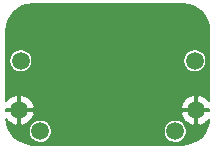
<source format=gbl>
G04 (created by PCBNEW (2013-june-11)-stable) date Fri 10 Oct 2014 02:22:22 PM PDT*
%MOIN*%
G04 Gerber Fmt 3.4, Leading zero omitted, Abs format*
%FSLAX34Y34*%
G01*
G70*
G90*
G04 APERTURE LIST*
%ADD10C,0.00590551*%
%ADD11C,0.0590551*%
%ADD12C,0.035*%
%ADD13C,0.01*%
%ADD14C,0.006*%
G04 APERTURE END LIST*
G54D10*
G54D11*
X63800Y-69800D03*
X58000Y-69800D03*
X63853Y-71446D03*
X63146Y-72153D03*
X57946Y-71446D03*
X58653Y-72153D03*
G54D12*
X62575Y-71575D03*
X60000Y-69400D03*
X60000Y-70500D03*
G54D13*
X57946Y-71446D02*
X58403Y-71446D01*
X60000Y-70850D02*
X60000Y-70500D01*
X59650Y-71200D02*
X60000Y-70850D01*
X59200Y-71200D02*
X59650Y-71200D01*
X58650Y-71200D02*
X59200Y-71200D01*
X58403Y-71446D02*
X58650Y-71200D01*
X62575Y-70875D02*
X62575Y-71575D01*
X62200Y-70500D02*
X62575Y-70875D01*
X60000Y-70500D02*
X62200Y-70500D01*
X63853Y-71446D02*
X63253Y-71446D01*
X63253Y-71446D02*
X63125Y-71575D01*
X63125Y-71575D02*
X62575Y-71575D01*
X60000Y-69400D02*
X60000Y-70500D01*
G54D10*
G36*
X64290Y-71475D02*
X63882Y-71475D01*
X63882Y-71915D01*
X63964Y-71962D01*
X64062Y-71931D01*
X64152Y-71881D01*
X64231Y-71814D01*
X64285Y-71747D01*
X64272Y-71872D01*
X64222Y-72039D01*
X64141Y-72192D01*
X64031Y-72326D01*
X63897Y-72437D01*
X63824Y-72477D01*
X63824Y-71915D01*
X63824Y-71475D01*
X63824Y-71417D01*
X63824Y-70977D01*
X63742Y-70930D01*
X63644Y-70961D01*
X63554Y-71011D01*
X63475Y-71078D01*
X63411Y-71158D01*
X63363Y-71250D01*
X63337Y-71335D01*
X63384Y-71417D01*
X63824Y-71417D01*
X63824Y-71475D01*
X63384Y-71475D01*
X63337Y-71557D01*
X63368Y-71655D01*
X63418Y-71745D01*
X63485Y-71824D01*
X63565Y-71888D01*
X63657Y-71936D01*
X63742Y-71962D01*
X63824Y-71915D01*
X63824Y-72477D01*
X63744Y-72520D01*
X63578Y-72571D01*
X63531Y-72576D01*
X63531Y-72115D01*
X63517Y-72041D01*
X63488Y-71971D01*
X63446Y-71908D01*
X63393Y-71855D01*
X63330Y-71813D01*
X63260Y-71783D01*
X63186Y-71768D01*
X63111Y-71768D01*
X63037Y-71782D01*
X62967Y-71810D01*
X62903Y-71851D01*
X62849Y-71904D01*
X62807Y-71967D01*
X62777Y-72036D01*
X62761Y-72110D01*
X62760Y-72185D01*
X62774Y-72260D01*
X62802Y-72330D01*
X62843Y-72394D01*
X62895Y-72448D01*
X62957Y-72491D01*
X63026Y-72521D01*
X63100Y-72537D01*
X63176Y-72539D01*
X63250Y-72526D01*
X63320Y-72499D01*
X63384Y-72458D01*
X63439Y-72406D01*
X63483Y-72344D01*
X63513Y-72275D01*
X63530Y-72202D01*
X63531Y-72115D01*
X63531Y-72576D01*
X63401Y-72590D01*
X63399Y-72590D01*
X59038Y-72590D01*
X59038Y-72115D01*
X59024Y-72041D01*
X58995Y-71971D01*
X58953Y-71908D01*
X58900Y-71855D01*
X58837Y-71813D01*
X58768Y-71783D01*
X58694Y-71768D01*
X58618Y-71768D01*
X58544Y-71782D01*
X58474Y-71810D01*
X58462Y-71818D01*
X58462Y-71557D01*
X58462Y-71335D01*
X58431Y-71237D01*
X58385Y-71154D01*
X58385Y-69762D01*
X58370Y-69688D01*
X58341Y-69618D01*
X58300Y-69555D01*
X58246Y-69501D01*
X58184Y-69459D01*
X58114Y-69430D01*
X58040Y-69414D01*
X57964Y-69414D01*
X57890Y-69428D01*
X57820Y-69456D01*
X57757Y-69498D01*
X57703Y-69551D01*
X57660Y-69613D01*
X57630Y-69682D01*
X57615Y-69756D01*
X57614Y-69832D01*
X57627Y-69906D01*
X57655Y-69976D01*
X57696Y-70040D01*
X57749Y-70094D01*
X57811Y-70137D01*
X57880Y-70168D01*
X57954Y-70184D01*
X58029Y-70185D01*
X58104Y-70172D01*
X58174Y-70145D01*
X58238Y-70105D01*
X58293Y-70052D01*
X58336Y-69991D01*
X58367Y-69922D01*
X58384Y-69848D01*
X58385Y-69762D01*
X58385Y-71154D01*
X58381Y-71147D01*
X58314Y-71068D01*
X58234Y-71004D01*
X58142Y-70956D01*
X58057Y-70930D01*
X57975Y-70977D01*
X57975Y-71417D01*
X58415Y-71417D01*
X58462Y-71335D01*
X58462Y-71557D01*
X58415Y-71475D01*
X57975Y-71475D01*
X57975Y-71915D01*
X58057Y-71962D01*
X58155Y-71931D01*
X58245Y-71881D01*
X58324Y-71814D01*
X58388Y-71734D01*
X58436Y-71642D01*
X58462Y-71557D01*
X58462Y-71818D01*
X58410Y-71851D01*
X58356Y-71904D01*
X58314Y-71967D01*
X58284Y-72036D01*
X58268Y-72110D01*
X58267Y-72185D01*
X58281Y-72260D01*
X58309Y-72330D01*
X58350Y-72394D01*
X58402Y-72448D01*
X58464Y-72491D01*
X58533Y-72521D01*
X58607Y-72537D01*
X58683Y-72539D01*
X58757Y-72526D01*
X58828Y-72499D01*
X58891Y-72458D01*
X58946Y-72406D01*
X58990Y-72344D01*
X59020Y-72275D01*
X59037Y-72202D01*
X59038Y-72115D01*
X59038Y-72590D01*
X58405Y-72590D01*
X58227Y-72572D01*
X58060Y-72522D01*
X57907Y-72441D01*
X57773Y-72331D01*
X57662Y-72197D01*
X57579Y-72044D01*
X57528Y-71878D01*
X57514Y-71749D01*
X57578Y-71824D01*
X57658Y-71888D01*
X57750Y-71936D01*
X57835Y-71962D01*
X57917Y-71915D01*
X57917Y-71475D01*
X57509Y-71475D01*
X57509Y-71417D01*
X57917Y-71417D01*
X57917Y-70977D01*
X57835Y-70930D01*
X57737Y-70961D01*
X57647Y-71011D01*
X57568Y-71078D01*
X57509Y-71151D01*
X57509Y-68805D01*
X57527Y-68627D01*
X57577Y-68460D01*
X57658Y-68307D01*
X57768Y-68173D01*
X57902Y-68062D01*
X58055Y-67979D01*
X58221Y-67928D01*
X58398Y-67909D01*
X58400Y-67909D01*
X63394Y-67909D01*
X63572Y-67927D01*
X63739Y-67977D01*
X63892Y-68058D01*
X64026Y-68168D01*
X64137Y-68302D01*
X64220Y-68455D01*
X64271Y-68621D01*
X64290Y-68798D01*
X64290Y-68800D01*
X64290Y-71150D01*
X64288Y-71147D01*
X64221Y-71068D01*
X64185Y-71039D01*
X64185Y-69762D01*
X64170Y-69688D01*
X64141Y-69618D01*
X64100Y-69555D01*
X64046Y-69501D01*
X63984Y-69459D01*
X63914Y-69430D01*
X63840Y-69414D01*
X63764Y-69414D01*
X63690Y-69428D01*
X63620Y-69456D01*
X63557Y-69498D01*
X63503Y-69551D01*
X63460Y-69613D01*
X63430Y-69682D01*
X63415Y-69756D01*
X63414Y-69832D01*
X63427Y-69906D01*
X63455Y-69976D01*
X63496Y-70040D01*
X63549Y-70094D01*
X63611Y-70137D01*
X63680Y-70168D01*
X63754Y-70184D01*
X63829Y-70185D01*
X63904Y-70172D01*
X63974Y-70145D01*
X64038Y-70105D01*
X64093Y-70052D01*
X64136Y-69991D01*
X64167Y-69922D01*
X64184Y-69848D01*
X64185Y-69762D01*
X64185Y-71039D01*
X64141Y-71004D01*
X64049Y-70956D01*
X63964Y-70930D01*
X63882Y-70977D01*
X63882Y-71417D01*
X64290Y-71417D01*
X64290Y-71475D01*
X64290Y-71475D01*
G37*
G54D14*
X64290Y-71475D02*
X63882Y-71475D01*
X63882Y-71915D01*
X63964Y-71962D01*
X64062Y-71931D01*
X64152Y-71881D01*
X64231Y-71814D01*
X64285Y-71747D01*
X64272Y-71872D01*
X64222Y-72039D01*
X64141Y-72192D01*
X64031Y-72326D01*
X63897Y-72437D01*
X63824Y-72477D01*
X63824Y-71915D01*
X63824Y-71475D01*
X63824Y-71417D01*
X63824Y-70977D01*
X63742Y-70930D01*
X63644Y-70961D01*
X63554Y-71011D01*
X63475Y-71078D01*
X63411Y-71158D01*
X63363Y-71250D01*
X63337Y-71335D01*
X63384Y-71417D01*
X63824Y-71417D01*
X63824Y-71475D01*
X63384Y-71475D01*
X63337Y-71557D01*
X63368Y-71655D01*
X63418Y-71745D01*
X63485Y-71824D01*
X63565Y-71888D01*
X63657Y-71936D01*
X63742Y-71962D01*
X63824Y-71915D01*
X63824Y-72477D01*
X63744Y-72520D01*
X63578Y-72571D01*
X63531Y-72576D01*
X63531Y-72115D01*
X63517Y-72041D01*
X63488Y-71971D01*
X63446Y-71908D01*
X63393Y-71855D01*
X63330Y-71813D01*
X63260Y-71783D01*
X63186Y-71768D01*
X63111Y-71768D01*
X63037Y-71782D01*
X62967Y-71810D01*
X62903Y-71851D01*
X62849Y-71904D01*
X62807Y-71967D01*
X62777Y-72036D01*
X62761Y-72110D01*
X62760Y-72185D01*
X62774Y-72260D01*
X62802Y-72330D01*
X62843Y-72394D01*
X62895Y-72448D01*
X62957Y-72491D01*
X63026Y-72521D01*
X63100Y-72537D01*
X63176Y-72539D01*
X63250Y-72526D01*
X63320Y-72499D01*
X63384Y-72458D01*
X63439Y-72406D01*
X63483Y-72344D01*
X63513Y-72275D01*
X63530Y-72202D01*
X63531Y-72115D01*
X63531Y-72576D01*
X63401Y-72590D01*
X63399Y-72590D01*
X59038Y-72590D01*
X59038Y-72115D01*
X59024Y-72041D01*
X58995Y-71971D01*
X58953Y-71908D01*
X58900Y-71855D01*
X58837Y-71813D01*
X58768Y-71783D01*
X58694Y-71768D01*
X58618Y-71768D01*
X58544Y-71782D01*
X58474Y-71810D01*
X58462Y-71818D01*
X58462Y-71557D01*
X58462Y-71335D01*
X58431Y-71237D01*
X58385Y-71154D01*
X58385Y-69762D01*
X58370Y-69688D01*
X58341Y-69618D01*
X58300Y-69555D01*
X58246Y-69501D01*
X58184Y-69459D01*
X58114Y-69430D01*
X58040Y-69414D01*
X57964Y-69414D01*
X57890Y-69428D01*
X57820Y-69456D01*
X57757Y-69498D01*
X57703Y-69551D01*
X57660Y-69613D01*
X57630Y-69682D01*
X57615Y-69756D01*
X57614Y-69832D01*
X57627Y-69906D01*
X57655Y-69976D01*
X57696Y-70040D01*
X57749Y-70094D01*
X57811Y-70137D01*
X57880Y-70168D01*
X57954Y-70184D01*
X58029Y-70185D01*
X58104Y-70172D01*
X58174Y-70145D01*
X58238Y-70105D01*
X58293Y-70052D01*
X58336Y-69991D01*
X58367Y-69922D01*
X58384Y-69848D01*
X58385Y-69762D01*
X58385Y-71154D01*
X58381Y-71147D01*
X58314Y-71068D01*
X58234Y-71004D01*
X58142Y-70956D01*
X58057Y-70930D01*
X57975Y-70977D01*
X57975Y-71417D01*
X58415Y-71417D01*
X58462Y-71335D01*
X58462Y-71557D01*
X58415Y-71475D01*
X57975Y-71475D01*
X57975Y-71915D01*
X58057Y-71962D01*
X58155Y-71931D01*
X58245Y-71881D01*
X58324Y-71814D01*
X58388Y-71734D01*
X58436Y-71642D01*
X58462Y-71557D01*
X58462Y-71818D01*
X58410Y-71851D01*
X58356Y-71904D01*
X58314Y-71967D01*
X58284Y-72036D01*
X58268Y-72110D01*
X58267Y-72185D01*
X58281Y-72260D01*
X58309Y-72330D01*
X58350Y-72394D01*
X58402Y-72448D01*
X58464Y-72491D01*
X58533Y-72521D01*
X58607Y-72537D01*
X58683Y-72539D01*
X58757Y-72526D01*
X58828Y-72499D01*
X58891Y-72458D01*
X58946Y-72406D01*
X58990Y-72344D01*
X59020Y-72275D01*
X59037Y-72202D01*
X59038Y-72115D01*
X59038Y-72590D01*
X58405Y-72590D01*
X58227Y-72572D01*
X58060Y-72522D01*
X57907Y-72441D01*
X57773Y-72331D01*
X57662Y-72197D01*
X57579Y-72044D01*
X57528Y-71878D01*
X57514Y-71749D01*
X57578Y-71824D01*
X57658Y-71888D01*
X57750Y-71936D01*
X57835Y-71962D01*
X57917Y-71915D01*
X57917Y-71475D01*
X57509Y-71475D01*
X57509Y-71417D01*
X57917Y-71417D01*
X57917Y-70977D01*
X57835Y-70930D01*
X57737Y-70961D01*
X57647Y-71011D01*
X57568Y-71078D01*
X57509Y-71151D01*
X57509Y-68805D01*
X57527Y-68627D01*
X57577Y-68460D01*
X57658Y-68307D01*
X57768Y-68173D01*
X57902Y-68062D01*
X58055Y-67979D01*
X58221Y-67928D01*
X58398Y-67909D01*
X58400Y-67909D01*
X63394Y-67909D01*
X63572Y-67927D01*
X63739Y-67977D01*
X63892Y-68058D01*
X64026Y-68168D01*
X64137Y-68302D01*
X64220Y-68455D01*
X64271Y-68621D01*
X64290Y-68798D01*
X64290Y-68800D01*
X64290Y-71150D01*
X64288Y-71147D01*
X64221Y-71068D01*
X64185Y-71039D01*
X64185Y-69762D01*
X64170Y-69688D01*
X64141Y-69618D01*
X64100Y-69555D01*
X64046Y-69501D01*
X63984Y-69459D01*
X63914Y-69430D01*
X63840Y-69414D01*
X63764Y-69414D01*
X63690Y-69428D01*
X63620Y-69456D01*
X63557Y-69498D01*
X63503Y-69551D01*
X63460Y-69613D01*
X63430Y-69682D01*
X63415Y-69756D01*
X63414Y-69832D01*
X63427Y-69906D01*
X63455Y-69976D01*
X63496Y-70040D01*
X63549Y-70094D01*
X63611Y-70137D01*
X63680Y-70168D01*
X63754Y-70184D01*
X63829Y-70185D01*
X63904Y-70172D01*
X63974Y-70145D01*
X64038Y-70105D01*
X64093Y-70052D01*
X64136Y-69991D01*
X64167Y-69922D01*
X64184Y-69848D01*
X64185Y-69762D01*
X64185Y-71039D01*
X64141Y-71004D01*
X64049Y-70956D01*
X63964Y-70930D01*
X63882Y-70977D01*
X63882Y-71417D01*
X64290Y-71417D01*
X64290Y-71475D01*
M02*

</source>
